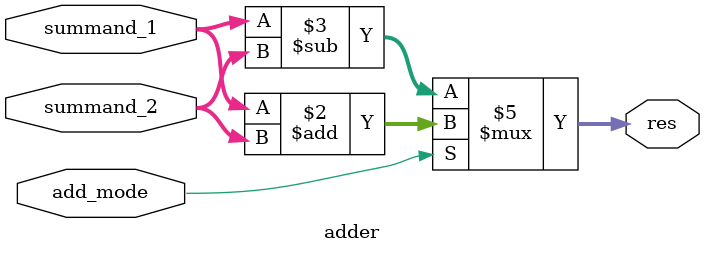
<source format=v>

module adder #(parameter N = 4)
(
    input add_mode,
    input [(2 ** N) - 1 : 0] summand_1, summand_2,
    output reg[(2 ** N) - 1 : 0] res
);
    always @(*)
    begin
        if (add_mode)
        begin
            res = summand_1 + summand_2;
        end
        else
        begin
            res = summand_1 - summand_2;
        end
    end

endmodule

</source>
